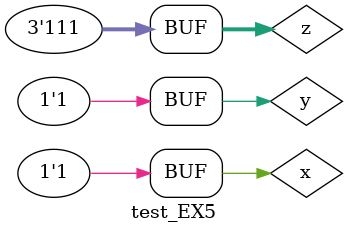
<source format=v>


module SEL (output s, input f1, input f2, input f3, input f4,
            input f5, input f6, input f7, input f8, input [2:0] c); 
wire p1, p2, p3, p4, p5, p6, p7, p8, notC, notC1, notC2;

not NOT1 (notC,c[0]);
not NOT2 (notC1,c[1]);
not NOT3 (notC2,c[2]);
and AND1 (p1,f1,notC,notC1,notC2);
and AND2 (p2,f2,notC,notC1,c[2]);
and AND3 (p3,f3,notC,c[1],notC2);
and AND4 (p4,f4,notC,c[1],c[2]);
and AND5 (p5,f5,c[0],notC1,notC2);
and AND6 (p6,f6,c[0],notC1,c[2]);
and AND7 (p7,f7,c[0],c[1],notC2);
and AND8 (p8,f8,c[0],c[1],c[2]);
or OR1 (s,p1,p2,p3,p4,p5,p6,p7,p8);

endmodule // SEL

module EX5 (output s1,input a, input b,
             input [2:0] chave);
wire w, w1, w2, w3, w4, w5, w6, w7;
				 				
not NOT1 (w,b);
not NOT2 (w1,a);
and AND1 (w2,a,b);
or OR1 (w3,a,b);
nand NAND1 (w4,a,b);
nor NOR1 (w5,a,b);
xor XOR1 (w6,a,b);
xnor XNOR1 (73,a,b);
SEL modulo (s1,w,w1,w2,w3,w4,w5,w6,w7,chave);

endmodule // EX5

module test_EX5; 

// ------------------------- definir dados 

reg x, y;
reg [2:0]z;  
wire p;

EX4 modulo (p, x, y, z); 

// ------------------------- parte principal 

initial begin 
$display("Exemplo0034 - Luhan Mairinck Reis - 446987"); 
$display("Test LU's module"); 

x = 'b0; y = 'b0; z = 3'b00;

// projetar testes do modulo 
#1 $display("\na b chave  s"); 
#1 $monitor("%b %b %3b     %b",x,y,z,p); 

#1 x = 'b0; y = 'b1; z = 3'b000;
#1 x = 'b1; y = 'b0; z = 3'b000;
#1 x = 'b1; y = 'b1; z = 3'b000;

#1 x = 'b0; y = 'b0; z = 3'b001;
#1 x = 'b0; y = 'b1; z = 3'b001;
#1 x = 'b1; y = 'b0; z = 3'b001;
#1 x = 'b1; y = 'b1; z = 3'b001;

#1 x = 'b0; y = 'b0; z = 3'b010;
#1 x = 'b0; y = 'b1; z = 3'b010;
#1 x = 'b1; y = 'b0; z = 3'b010;
#1 x = 'b1; y = 'b1; z = 3'b010;

#1 x = 'b0; y = 'b0; z = 3'b011;
#1 x = 'b0; y = 'b1; z = 3'b011;
#1 x = 'b1; y = 'b0; z = 3'b011;
#1 x = 'b1; y = 'b1; z = 3'b011;

#1 x = 'b0; y = 'b0; z = 3'b100;
#1 x = 'b0; y = 'b1; z = 3'b100;
#1 x = 'b1; y = 'b0; z = 3'b100;
#1 x = 'b1; y = 'b1; z = 3'b100;

#1 x = 'b0; y = 'b0; z = 3'b101;
#1 x = 'b0; y = 'b1; z = 3'b101;
#1 x = 'b1; y = 'b0; z = 3'b101;
#1 x = 'b1; y = 'b1; z = 3'b101;

#1 x = 'b0; y = 'b0; z = 3'b110;
#1 x = 'b0; y = 'b1; z = 3'b110;
#1 x = 'b1; y = 'b0; z = 3'b110;
#1 x = 'b1; y = 'b1; z = 3'b110;

#1 x = 'b0; y = 'b0; z = 3'b111;
#1 x = 'b0; y = 'b1; z = 3'b111;
#1 x = 'b1; y = 'b0; z = 3'b111;
#1 x = 'b1; y = 'b1; z = 3'b111;

end 
endmodule // test_EX5 
</source>
